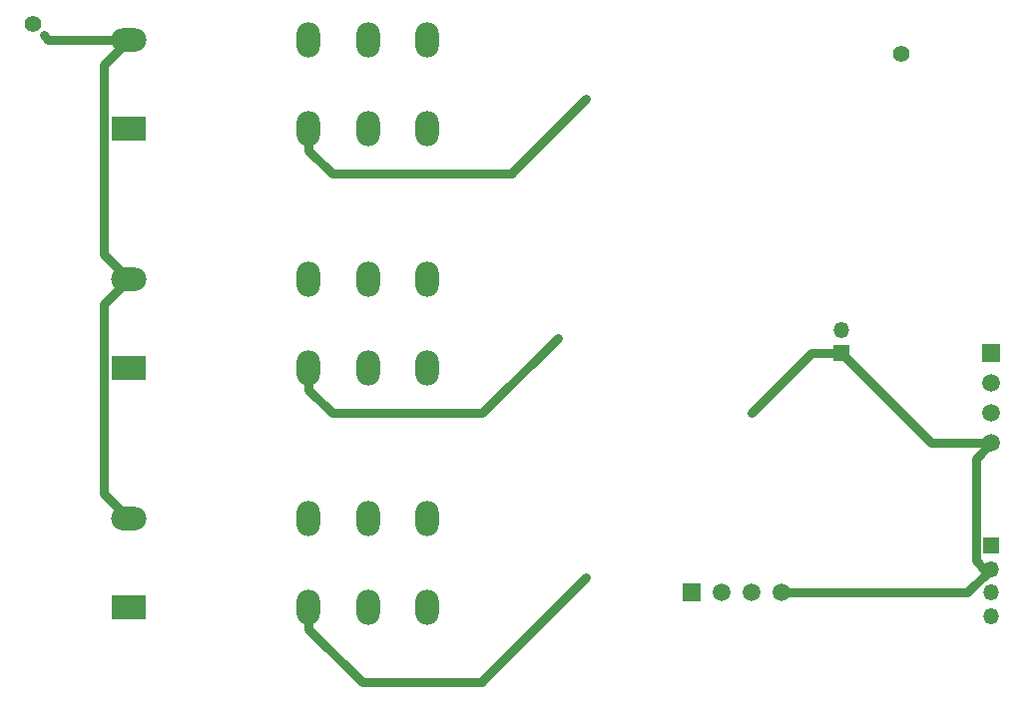
<source format=gbr>
%TF.GenerationSoftware,KiCad,Pcbnew,7.0.9*%
%TF.CreationDate,2023-12-03T00:18:19-03:00*%
%TF.ProjectId,E3,45332e6b-6963-4616-945f-706362585858,rev?*%
%TF.SameCoordinates,Original*%
%TF.FileFunction,Copper,L3,Inr*%
%TF.FilePolarity,Positive*%
%FSLAX46Y46*%
G04 Gerber Fmt 4.6, Leading zero omitted, Abs format (unit mm)*
G04 Created by KiCad (PCBNEW 7.0.9) date 2023-12-03 00:18:19*
%MOMM*%
%LPD*%
G01*
G04 APERTURE LIST*
%TA.AperFunction,ComponentPad*%
%ADD10C,1.400000*%
%TD*%
%TA.AperFunction,ComponentPad*%
%ADD11R,1.500000X1.500000*%
%TD*%
%TA.AperFunction,ComponentPad*%
%ADD12C,1.500000*%
%TD*%
%TA.AperFunction,ComponentPad*%
%ADD13O,2.000000X3.000000*%
%TD*%
%TA.AperFunction,ComponentPad*%
%ADD14R,3.000000X2.000000*%
%TD*%
%TA.AperFunction,ComponentPad*%
%ADD15O,3.000000X2.000000*%
%TD*%
%TA.AperFunction,ComponentPad*%
%ADD16R,1.350000X1.350000*%
%TD*%
%TA.AperFunction,ComponentPad*%
%ADD17O,1.350000X1.350000*%
%TD*%
%TA.AperFunction,Conductor*%
%ADD18C,0.800000*%
%TD*%
G04 APERTURE END LIST*
D10*
%TO.N,N/C*%
%TO.C,REF\u002A\u002A*%
X157480000Y-45720000D03*
%TD*%
%TO.N,N/C*%
%TO.C,REF\u002A\u002A*%
X83820000Y-43180000D03*
%TD*%
D11*
%TO.N,Net-(BT1-+)*%
%TO.C,U3*%
X165100000Y-71120000D03*
D12*
%TO.N,Net-(U1-PB1)*%
X165100000Y-73660000D03*
%TO.N,unconnected-(U3-NC-Pad3)*%
X165100000Y-76200000D03*
%TO.N,Earth*%
X165100000Y-78740000D03*
%TD*%
D11*
%TO.N,Net-(BT1-+)*%
%TO.C,U2*%
X139700000Y-91440000D03*
D12*
%TO.N,Net-(U1-PB0)*%
X142240000Y-91440000D03*
%TO.N,unconnected-(U2-NC-Pad3)*%
X144780000Y-91440000D03*
%TO.N,Earth*%
X147320000Y-91440000D03*
%TD*%
D13*
%TO.N,Net-(H4-Pad1)*%
%TO.C,K3*%
X112290000Y-92650000D03*
X112290000Y-85150000D03*
%TO.N,Net-(K3-Pad12)*%
X107250000Y-92650000D03*
X107250000Y-85150000D03*
%TO.N,Net-(H3-Pad1)*%
X117330000Y-92650000D03*
X117330000Y-85150000D03*
D14*
%TO.N,Net-(U1-PC5)*%
X91990000Y-92650000D03*
D15*
%TO.N,Net-(BT1--)*%
X91990000Y-85150000D03*
%TD*%
D13*
%TO.N,Net-(H2-Pad1)*%
%TO.C,K2*%
X112290000Y-72330000D03*
X112290000Y-64830000D03*
%TO.N,Net-(K2-Pad12)*%
X107250000Y-72330000D03*
X107250000Y-64830000D03*
%TO.N,Net-(H1-Pad1)*%
X117330000Y-72330000D03*
X117330000Y-64830000D03*
D14*
%TO.N,Net-(U1-PC3)*%
X91990000Y-72330000D03*
D15*
%TO.N,Net-(BT1--)*%
X91990000Y-64830000D03*
%TD*%
D13*
%TO.N,Net-(H6-Pad1)*%
%TO.C,K1*%
X112290000Y-52010000D03*
X112290000Y-44510000D03*
%TO.N,Net-(K1-Pad12)*%
X107250000Y-52010000D03*
X107250000Y-44510000D03*
%TO.N,Net-(H5-Pad1)*%
X117330000Y-52010000D03*
X117330000Y-44510000D03*
D14*
%TO.N,Net-(U1-PC4)*%
X91990000Y-52010000D03*
D15*
%TO.N,Net-(BT1--)*%
X91990000Y-44510000D03*
%TD*%
D16*
%TO.N,Earth*%
%TO.C,J5*%
X152400000Y-71120000D03*
D17*
%TO.N,Net-(BT1-+)*%
X152400000Y-69120000D03*
%TD*%
D16*
%TO.N,Net-(BT1-+)*%
%TO.C,J2*%
X165100000Y-87440000D03*
D17*
%TO.N,Earth*%
X165100000Y-89440000D03*
%TO.N,Net-(J2-Pin_3)*%
X165100000Y-91440000D03*
%TO.N,unconnected-(J2-Pin_4-Pad4)*%
X165100000Y-93440000D03*
%TD*%
D18*
%TO.N,Earth*%
X149860000Y-71120000D02*
X144780000Y-76200000D01*
X152400000Y-71120000D02*
X149860000Y-71120000D01*
X160020000Y-78740000D02*
X152400000Y-71120000D01*
X165100000Y-78740000D02*
X160020000Y-78740000D01*
X163825000Y-88715000D02*
X163825000Y-80015000D01*
X164550000Y-89440000D02*
X163825000Y-88715000D01*
X165100000Y-89440000D02*
X164550000Y-89440000D01*
X163825000Y-80015000D02*
X165100000Y-78740000D01*
X163100000Y-91440000D02*
X165100000Y-89440000D01*
X147320000Y-91440000D02*
X163100000Y-91440000D01*
%TO.N,Net-(K3-Pad12)*%
X121920000Y-98924163D02*
X130742082Y-90102081D01*
X121920000Y-99060000D02*
X121920000Y-98924163D01*
X107250000Y-94550000D02*
X111760000Y-99060000D01*
X107250000Y-92650000D02*
X107250000Y-94550000D01*
X111760000Y-99060000D02*
X121920000Y-99060000D01*
%TO.N,Net-(K2-Pad12)*%
X121920000Y-76200000D02*
X128337919Y-69782081D01*
X109220000Y-76200000D02*
X121920000Y-76200000D01*
X107250000Y-74230000D02*
X109220000Y-76200000D01*
X107250000Y-72330000D02*
X107250000Y-74230000D01*
%TO.N,Net-(K1-Pad12)*%
X124460000Y-55744163D02*
X130742082Y-49462081D01*
X124460000Y-55880000D02*
X124460000Y-55744163D01*
X109220000Y-55880000D02*
X124460000Y-55880000D01*
X107250000Y-53910000D02*
X109220000Y-55880000D01*
X107250000Y-52010000D02*
X107250000Y-53910000D01*
%TO.N,Net-(BT1--)*%
X89890000Y-66930000D02*
X91990000Y-64830000D01*
X89890000Y-83050000D02*
X89890000Y-66930000D01*
X91990000Y-85150000D02*
X89890000Y-83050000D01*
X89890000Y-62730000D02*
X89890000Y-46610000D01*
X91990000Y-64830000D02*
X89890000Y-62730000D01*
X89890000Y-46610000D02*
X91990000Y-44510000D01*
X85150000Y-44510000D02*
X84739239Y-44099239D01*
X91990000Y-44510000D02*
X85150000Y-44510000D01*
%TD*%
M02*

</source>
